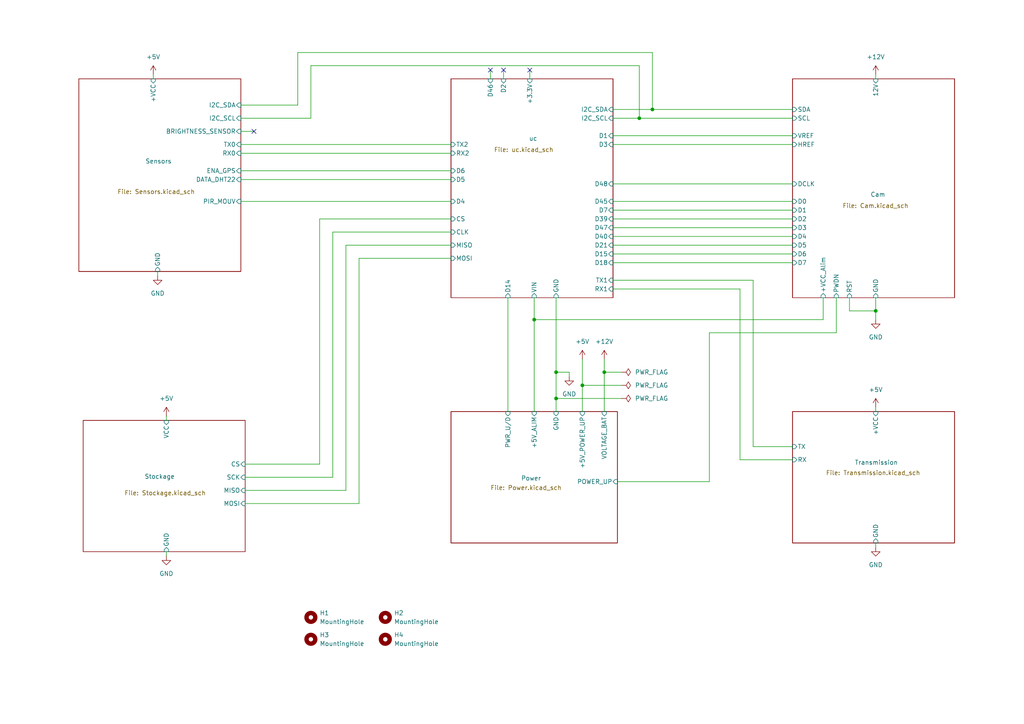
<source format=kicad_sch>
(kicad_sch (version 20250114) (generator "eeschema") (generator_version "9.0")
  (paper "A4")
  (title_block (title "Collecteur de données Animalières") (date "2025-11-28") (rev "A2") (company "Polytech Nantes - ETN4") (comment 1 "Architecture Collectuer de données") (comment 2 "Main Page"))
  (lib_symbols
    (symbol "Mechanical:MountingHole" (pin_names (offset 1.016)) (in_bom no)
      (property "Reference" "H" (at 0 5.08 0))
      (property "Value" "MountingHole" (at 0 3.175 0))
      (symbol "MountingHole_0_1"
        (circle (center 0 0) (radius 1.27) (stroke (width 1.27)))
      )
    )
    (symbol "power:+12V" (power) (pin_numbers (hide yes)) (pin_names (offset 0) (hide yes))
      (property "Value" "+12V" (at 0 3.556 0))
      (symbol "+12V_0_1"
        (polyline (pts (xy -0.762 1.27) (xy 0 2.54)))
        (polyline (pts (xy 0 2.54) (xy 0.762 1.27)))
        (polyline (pts (xy 0 0) (xy 0 2.54)))
      )
      (symbol "+12V_1_1"
        (pin power_in line (at 0 0 90) (length 0) (name "~") (number "1"))
      )
    )
    (symbol "power:+5V" (power) (pin_numbers (hide yes)) (pin_names (offset 0) (hide yes))
      (property "Value" "+5V" (at 0 3.556 0))
      (symbol "+5V_0_1"
        (polyline (pts (xy -0.762 1.27) (xy 0 2.54)))
        (polyline (pts (xy 0 2.54) (xy 0.762 1.27)))
        (polyline (pts (xy 0 0) (xy 0 2.54)))
      )
      (symbol "+5V_1_1"
        (pin power_in line (at 0 0 90) (length 0) (name "~") (number "1"))
      )
    )
    (symbol "power:GND" (power) (pin_numbers (hide yes)) (pin_names (offset 0) (hide yes))
      (property "Value" "GND" (at 0 -3.81 0))
      (symbol "GND_0_1"
        (polyline (pts (xy 0 0) (xy 0 -1.27) (xy 1.27 -1.27) (xy 0 -2.54) (xy -1.27 -1.27) (xy 0 -1.27)))
      )
      (symbol "GND_1_1"
        (pin power_in line (at 0 0 270) (length 0) (name "~") (number "1"))
      )
    )
    (symbol "power:PWR_FLAG" (power) (pin_numbers (hide yes)) (pin_names (offset 0) (hide yes))
      (property "Value" "PWR_FLAG" (at 0 3.81 0))
      (symbol "PWR_FLAG_0_0"
        (pin power_out line (at 0 0 90) (length 0) (name "~") (number "1"))
      )
      (symbol "PWR_FLAG_0_1"
        (polyline (pts (xy 0 0) (xy 0 1.27) (xy -1.016 1.905) (xy 0 2.54) (xy 1.016 1.905) (xy 0 1.27)))
      )
    )
  )
  (junction (at 168.91 111.76))
  (junction (at 154.94 92.71))
  (junction (at 161.29 115.57))
  (junction (at 189.23 31.75))
  (junction (at 254 90.17))
  (junction (at 175.26 107.95))
  (junction (at 161.29 107.95))
  (junction (at 185.42 34.29))
  (no_connect (at 153.67 20.32))
  (no_connect (at 142.24 20.32))
  (no_connect (at 146.05 20.32))
  (no_connect (at 73.66 38.1))
  (wire (pts (xy 168.91 104.14) (xy 168.91 111.76)))
  (wire (pts (xy 185.42 34.29) (xy 229.87 34.29)))
  (wire (pts (xy 146.05 20.32) (xy 146.05 22.86)))
  (wire (pts (xy 86.36 30.48) (xy 86.36 15.24)))
  (wire (pts (xy 161.29 107.95) (xy 161.29 115.57)))
  (wire (pts (xy 69.85 41.91) (xy 130.81 41.91)))
  (wire (pts (xy 238.76 92.71) (xy 154.94 92.71)))
  (wire (pts (xy 92.71 63.5) (xy 130.81 63.5)))
  (wire (pts (xy 218.44 81.28) (xy 177.8 81.28)))
  (wire (pts (xy 168.91 111.76) (xy 180.34 111.76)))
  (wire (pts (xy 44.45 21.59) (xy 44.45 22.86)))
  (wire (pts (xy 242.57 86.36) (xy 242.57 96.52)))
  (wire (pts (xy 147.32 86.36) (xy 147.32 119.38)))
  (wire (pts (xy 161.29 86.36) (xy 161.29 107.95)))
  (wire (pts (xy 177.8 53.34) (xy 229.87 53.34)))
  (wire (pts (xy 205.74 139.7) (xy 205.74 96.52)))
  (wire (pts (xy 69.85 30.48) (xy 86.36 30.48)))
  (wire (pts (xy 177.8 76.2) (xy 229.87 76.2)))
  (wire (pts (xy 90.17 34.29) (xy 90.17 19.05)))
  (wire (pts (xy 90.17 19.05) (xy 185.42 19.05)))
  (wire (pts (xy 154.94 86.36) (xy 154.94 92.71)))
  (wire (pts (xy 100.33 142.24) (xy 100.33 71.12)))
  (wire (pts (xy 179.07 139.7) (xy 205.74 139.7)))
  (wire (pts (xy 246.38 86.36) (xy 246.38 90.17)))
  (wire (pts (xy 165.1 109.22) (xy 165.1 107.95)))
  (wire (pts (xy 69.85 58.42) (xy 130.81 58.42)))
  (wire (pts (xy 177.8 31.75) (xy 189.23 31.75)))
  (wire (pts (xy 45.72 80.01) (xy 45.72 78.74)))
  (wire (pts (xy 92.71 63.5) (xy 92.71 134.62)))
  (wire (pts (xy 177.8 63.5) (xy 229.87 63.5)))
  (wire (pts (xy 177.8 58.42) (xy 229.87 58.42)))
  (wire (pts (xy 175.26 107.95) (xy 180.34 107.95)))
  (wire (pts (xy 214.63 83.82) (xy 214.63 133.35)))
  (wire (pts (xy 142.24 20.32) (xy 142.24 22.86)))
  (wire (pts (xy 48.26 160.02) (xy 48.26 161.29)))
  (wire (pts (xy 254 118.11) (xy 254 119.38)))
  (wire (pts (xy 69.85 44.45) (xy 130.81 44.45)))
  (wire (pts (xy 177.8 39.37) (xy 229.87 39.37)))
  (wire (pts (xy 254 86.36) (xy 254 90.17)))
  (wire (pts (xy 86.36 15.24) (xy 189.23 15.24)))
  (wire (pts (xy 69.85 49.53) (xy 130.81 49.53)))
  (wire (pts (xy 100.33 71.12) (xy 130.81 71.12)))
  (wire (pts (xy 71.12 142.24) (xy 100.33 142.24)))
  (wire (pts (xy 104.14 146.05) (xy 71.12 146.05)))
  (wire (pts (xy 177.8 73.66) (xy 229.87 73.66)))
  (wire (pts (xy 177.8 83.82) (xy 214.63 83.82)))
  (wire (pts (xy 161.29 107.95) (xy 165.1 107.95)))
  (wire (pts (xy 104.14 74.93) (xy 130.81 74.93)))
  (wire (pts (xy 177.8 41.91) (xy 229.87 41.91)))
  (wire (pts (xy 177.8 66.04) (xy 229.87 66.04)))
  (wire (pts (xy 177.8 68.58) (xy 229.87 68.58)))
  (wire (pts (xy 185.42 19.05) (xy 185.42 34.29)))
  (wire (pts (xy 229.87 129.54) (xy 218.44 129.54)))
  (wire (pts (xy 177.8 60.96) (xy 229.87 60.96)))
  (wire (pts (xy 153.67 20.32) (xy 153.67 22.86)))
  (wire (pts (xy 238.76 86.36) (xy 238.76 92.71)))
  (wire (pts (xy 177.8 71.12) (xy 229.87 71.12)))
  (wire (pts (xy 104.14 74.93) (xy 104.14 146.05)))
  (wire (pts (xy 175.26 104.14) (xy 175.26 107.95)))
  (wire (pts (xy 69.85 38.1) (xy 73.66 38.1)))
  (wire (pts (xy 254 157.48) (xy 254 158.75)))
  (wire (pts (xy 96.52 67.31) (xy 130.81 67.31)))
  (wire (pts (xy 205.74 96.52) (xy 242.57 96.52)))
  (wire (pts (xy 69.85 52.07) (xy 130.81 52.07)))
  (wire (pts (xy 175.26 107.95) (xy 175.26 119.38)))
  (wire (pts (xy 254 92.71) (xy 254 90.17)))
  (wire (pts (xy 254 21.59) (xy 254 22.86)))
  (wire (pts (xy 161.29 115.57) (xy 161.29 119.38)))
  (wire (pts (xy 214.63 133.35) (xy 229.87 133.35)))
  (wire (pts (xy 189.23 15.24) (xy 189.23 31.75)))
  (wire (pts (xy 96.52 138.43) (xy 71.12 138.43)))
  (wire (pts (xy 96.52 67.31) (xy 96.52 138.43)))
  (wire (pts (xy 218.44 129.54) (xy 218.44 81.28)))
  (wire (pts (xy 48.26 120.65) (xy 48.26 121.92)))
  (wire (pts (xy 168.91 111.76) (xy 168.91 119.38)))
  (wire (pts (xy 161.29 115.57) (xy 180.34 115.57)))
  (wire (pts (xy 71.12 134.62) (xy 92.71 134.62)))
  (wire (pts (xy 154.94 92.71) (xy 154.94 119.38)))
  (wire (pts (xy 246.38 90.17) (xy 254 90.17)))
  (wire (pts (xy 189.23 31.75) (xy 229.87 31.75)))
  (wire (pts (xy 69.85 34.29) (xy 90.17 34.29)))
  (wire (pts (xy 177.8 34.29) (xy 185.42 34.29)))
  (symbol (lib_id "power:PWR_FLAG") (at 180.34 111.76 270) (unit 1)
    (property "Reference" "#FLG02" (effects (hide yes)))
    (property "Value" "PWR_FLAG" (at 184.15 111.7599 90) (effects (justify left)))
    (property "Description" "Special symbol for telling ERC where power comes from" (effects (hide yes)))
  )
  (symbol (lib_id "power:GND") (at 254 92.71 0) (unit 1)
    (property "Reference" "#PWR016" (effects (hide yes)))
    (property "Value" "GND" (at 254 97.79 0))
    (property "Description" "Power symbol creates a global label with name \"GND\" , ground" (effects (hide yes)))
  )
  (symbol (lib_id "power:+5V") (at 168.91 104.14 0) (unit 1)
    (property "Reference" "#PWR06" (effects (hide yes)))
    (property "Value" "+5V" (at 168.91 99.06 0))
    (property "Description" "Power symbol creates a global label with name \"+5V\"" (effects (hide yes)))
  )
  (symbol (lib_id "power:PWR_FLAG") (at 180.34 115.57 270) (unit 1)
    (property "Reference" "#FLG03" (effects (hide yes)))
    (property "Value" "PWR_FLAG" (at 184.15 115.5699 90) (effects (justify left)))
    (property "Description" "Special symbol for telling ERC where power comes from" (effects (hide yes)))
  )
  (symbol (lib_id "power:GND") (at 254 158.75 0) (unit 1)
    (property "Reference" "#PWR03" (effects (hide yes)))
    (property "Value" "GND" (at 254 163.83 0))
    (property "Description" "Power symbol creates a global label with name \"GND\" , ground" (effects (hide yes)))
  )
  (symbol (lib_id "power:+5V") (at 44.45 21.59 0) (unit 1)
    (property "Reference" "#PWR010" (effects (hide yes)))
    (property "Value" "+5V" (at 44.45 16.51 0))
    (property "Description" "Power symbol creates a global label with name \"+5V\"" (effects (hide yes)))
  )
  (symbol (lib_id "Mechanical:MountingHole") (at 90.17 185.42 0) (unit 1) (in_bom no)
    (property "Reference" "H3" (at 92.71 184.1499 0) (effects (justify left)))
    (property "Value" "MountingHole" (at 92.71 186.6899 0) (effects (justify left)))
    (property "Footprint" "CollecteurDonne:MountingHole_2.2mm_M2_ISO7380" (effects (hide yes)))
    (property "Description" "Mounting Hole without connection" (effects (hide yes)))
  )
  (symbol (lib_id "power:PWR_FLAG") (at 180.34 107.95 270) (unit 1)
    (property "Reference" "#FLG01" (effects (hide yes)))
    (property "Value" "PWR_FLAG" (at 184.15 107.9499 90) (effects (justify left)))
    (property "Description" "Special symbol for telling ERC where power comes from" (effects (hide yes)))
  )
  (symbol (lib_id "power:GND") (at 165.1 109.22 0) (unit 1)
    (property "Reference" "#PWR011" (effects (hide yes)))
    (property "Value" "GND" (at 165.1 114.3 0))
    (property "Description" "Power symbol creates a global label with name \"GND\" , ground" (effects (hide yes)))
  )
  (symbol (lib_id "Mechanical:MountingHole") (at 90.17 179.07 0) (unit 1) (in_bom no)
    (property "Reference" "H1" (at 92.71 177.7999 0) (effects (justify left)))
    (property "Value" "MountingHole" (at 92.71 180.3399 0) (effects (justify left)))
    (property "Footprint" "CollecteurDonne:MountingHole_2.2mm_M2_ISO7380" (effects (hide yes)))
    (property "Description" "Mounting Hole without connection" (effects (hide yes)))
  )
  (symbol (lib_id "power:+12V") (at 175.26 104.14 0) (unit 1)
    (property "Reference" "#PWR02" (effects (hide yes)))
    (property "Value" "+12V" (at 175.26 99.06 0))
    (property "Description" "Power symbol creates a global label with name \"+12V\"" (effects (hide yes)))
  )
  (symbol (lib_id "power:+5V") (at 48.26 120.65 0) (unit 1)
    (property "Reference" "#PWR013" (effects (hide yes)))
    (property "Value" "+5V" (at 48.26 115.57 0))
    (property "Description" "Power symbol creates a global label with name \"+5V\"" (effects (hide yes)))
  )
  (symbol (lib_id "Mechanical:MountingHole") (at 111.76 179.07 0) (unit 1) (in_bom no)
    (property "Reference" "H2" (at 114.3 177.7999 0) (effects (justify left)))
    (property "Value" "MountingHole" (at 114.3 180.3399 0) (effects (justify left)))
    (property "Footprint" "CollecteurDonne:MountingHole_2.2mm_M2_ISO7380" (effects (hide yes)))
    (property "Description" "Mounting Hole without connection" (effects (hide yes)))
  )
  (symbol (lib_id "power:GND") (at 45.72 80.01 0) (unit 1)
    (property "Reference" "#PWR017" (effects (hide yes)))
    (property "Value" "GND" (at 45.72 85.09 0))
    (property "Description" "Power symbol creates a global label with name \"GND\" , ground" (effects (hide yes)))
  )
  (symbol (lib_id "Mechanical:MountingHole") (at 111.76 185.42 0) (unit 1) (in_bom no)
    (property "Reference" "H4" (at 114.3 184.1499 0) (effects (justify left)))
    (property "Value" "MountingHole" (at 114.3 186.6899 0) (effects (justify left)))
    (property "Footprint" "CollecteurDonne:MountingHole_2.2mm_M2_ISO7380" (effects (hide yes)))
    (property "Description" "Mounting Hole without connection" (effects (hide yes)))
  )
  (symbol (lib_id "power:+12V") (at 254 21.59 0) (unit 1)
    (property "Reference" "#PWR01" (effects (hide yes)))
    (property "Value" "+12V" (at 254 16.51 0))
    (property "Description" "Power symbol creates a global label with name \"+12V\"" (effects (hide yes)))
  )
  (symbol (lib_id "power:GND") (at 48.26 161.29 0) (unit 1)
    (property "Reference" "#PWR023" (effects (hide yes)))
    (property "Value" "GND" (at 48.26 166.37 0))
    (property "Description" "Power symbol creates a global label with name \"GND\" , ground" (effects (hide yes)))
  )
  (symbol (lib_id "power:+5V") (at 254 118.11 0) (unit 1)
    (property "Reference" "#PWR04" (effects (hide yes)))
    (property "Value" "+5V" (at 254 113.03 0))
    (property "Description" "Power symbol creates a global label with name \"+5V\"" (effects (hide yes)))
  )
  (sheet (at 22.86 22.86) (size 46.99 55.88) (stroke (width 0.1524))
    (property "Sheetname" "Sensors" (at 42.164 47.498 0) (effects (justify left bottom)))
    (property "Sheetfile" "Sensors.kicad_sch" (at 34.036 54.864 0) (effects (justify left top)))
    (pin "GND" input (at 45.72 78.74 270))
    (pin "I2C_SCL" input (at 69.85 34.29 0))
    (pin "I2C_SDA" input (at 69.85 30.48 0))
    (pin "TX0" input (at 69.85 41.91 0))
    (pin "RX0" input (at 69.85 44.45 0))
    (pin "DATA_DHT22" input (at 69.85 52.07 0))
    (pin "BRIGHTNESS_SENSOR" input (at 69.85 38.1 0))
    (pin "PIR_MOUV" input (at 69.85 58.42 0))
    (pin "+VCC" input (at 44.45 22.86 90))
    (pin "ENA_GPS" input (at 69.85 49.53 0))
  )
  (sheet (at 24.13 121.92) (size 46.99 38.1) (stroke (width 0.1524))
    (property "Sheetname" "Stockage" (at 41.91 138.938 0) (effects (justify left bottom)))
    (property "Sheetfile" "Stockage.kicad_sch" (at 36.068 142.24 0) (effects (justify left top)))
    (pin "CS" input (at 71.12 134.62 0))
    (pin "SCK" input (at 71.12 138.43 0))
    (pin "MISO" input (at 71.12 142.24 0))
    (pin "MOSI" input (at 71.12 146.05 0))
    (pin "VCC" input (at 48.26 121.92 90))
    (pin "GND" input (at 48.26 160.02 270))
  )
  (sheet (at 130.81 22.86) (size 46.99 63.5) (stroke (width 0.1524))
    (property "Sheetname" "uc" (at 153.416 40.894 0) (effects (justify left bottom)))
    (property "Sheetfile" "uc.kicad_sch" (at 143.256 42.672 0) (effects (justify left top)))
    (pin "+3.3V" input (at 153.67 22.86 90))
    (pin "GND" input (at 161.29 86.36 270))
    (pin "I2C_SDA" input (at 177.8 31.75 0))
    (pin "I2C_SCL" input (at 177.8 34.29 0))
    (pin "VIN" input (at 154.94 86.36 270))
    (pin "D4" input (at 130.81 58.42 180))
    (pin "D2" input (at 146.05 22.86 90))
    (pin "D39" input (at 177.8 63.5 0))
    (pin "D18" input (at 177.8 76.2 0))
    (pin "D5" input (at 130.81 52.07 180))
    (pin "D1" input (at 177.8 39.37 0))
    (pin "D3" input (at 177.8 41.91 0))
    (pin "RX2" input (at 130.81 44.45 180))
    (pin "TX2" input (at 130.81 41.91 180))
    (pin "MOSI" input (at 130.81 74.93 180))
    (pin "MISO" input (at 130.81 71.12 180))
    (pin "CLK" input (at 130.81 67.31 180))
    (pin "CS" input (at 130.81 63.5 180))
    (pin "D48" input (at 177.8 53.34 0))
    (pin "D45" input (at 177.8 58.42 0))
    (pin "D7" input (at 177.8 60.96 0))
    (pin "D47" input (at 177.8 66.04 0))
    (pin "TX1" input (at 177.8 81.28 0))
    (pin "D40" input (at 177.8 68.58 0))
    (pin "D21" input (at 177.8 71.12 0))
    (pin "RX1" input (at 177.8 83.82 0))
    (pin "D15" input (at 177.8 73.66 0))
    (pin "D14" input (at 147.32 86.36 270))
    (pin "D46" input (at 142.24 22.86 90))
    (pin "D6" input (at 130.81 49.53 180))
  )
  (sheet (at 130.81 119.38) (size 48.26 38.1) (stroke (width 0.1524))
    (property "Sheetname" "Power" (at 151.13 139.446 0) (effects (justify left bottom)))
    (property "Sheetfile" "Power.kicad_sch" (at 142.24 140.716 0) (effects (justify left top)))
    (pin "GND" input (at 161.29 119.38 90))
    (pin "PWR_U{slash}D" input (at 147.32 119.38 90))
    (pin "VOLTAGE_BAT" input (at 175.26 119.38 90))
    (pin "+5V_POWER_UP" input (at 168.91 119.38 90))
    (pin "+5V_ALIM" input (at 154.94 119.38 90))
    (pin "POWER_UP" input (at 179.07 139.7 0))
  )
  (sheet (at 229.87 22.86) (size 46.99 63.5) (stroke (width 0.1524))
    (property "Sheetname" "Cam" (at 252.476 57.15 0) (effects (justify left bottom)))
    (property "Sheetfile" "Cam.kicad_sch" (at 244.348 58.928 0) (effects (justify left top)))
    (pin "GND" input (at 254 86.36 270))
    (pin "SCL" input (at 229.87 34.29 180))
    (pin "SDA" input (at 229.87 31.75 180))
    (pin "VREF" input (at 229.87 39.37 180))
    (pin "PWDN" input (at 242.57 86.36 270))
    (pin "D1" input (at 229.87 60.96 180))
    (pin "DCLK" input (at 229.87 53.34 180))
    (pin "D0" input (at 229.87 58.42 180))
    (pin "D4" input (at 229.87 68.58 180))
    (pin "HREF" input (at 229.87 41.91 180))
    (pin "D6" input (at 229.87 73.66 180))
    (pin "RST" input (at 246.38 86.36 270))
    (pin "D5" input (at 229.87 71.12 180))
    (pin "D7" input (at 229.87 76.2 180))
    (pin "D2" input (at 229.87 63.5 180))
    (pin "D3" input (at 229.87 66.04 180))
    (pin "12V" input (at 254 22.86 90))
    (pin "+VCC_Alim" input (at 238.76 86.36 270))
  )
  (sheet (at 229.87 119.38) (size 46.99 38.1) (stroke (width 0.1524))
    (property "Sheetname" "Transmission" (at 247.904 134.874 0) (effects (justify left bottom)))
    (property "Sheetfile" "Transmission.kicad_sch" (at 239.522 136.398 0) (effects (justify left top)))
    (pin "GND" input (at 254 157.48 270))
    (pin "+VCC" input (at 254 119.38 90))
    (pin "TX" input (at 229.87 129.54 180))
    (pin "RX" input (at 229.87 133.35 180))
  )
)
</source>
